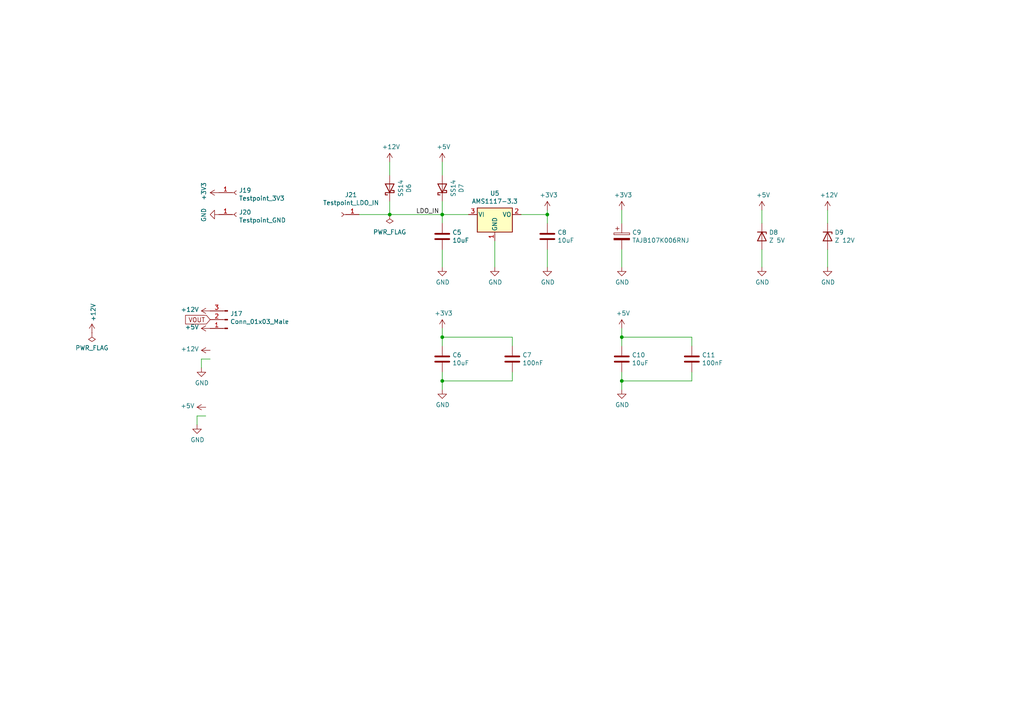
<source format=kicad_sch>
(kicad_sch (version 20211123) (generator eeschema)
  (paper "A4")
  (lib_symbols
    (symbol "Connector:Conn_01x01_Female" (pin_names (offset 1.016) hide)
      (property "Reference" "J" (at 0 2.54 0))
      (property "Value" "Conn_01x01_Female" (at 0 -2.54 0))
      (symbol "Conn_01x01_Female_1_1"
        (polyline (pts (xy -1.27 0) (xy -0.508 0)) (stroke (width 0.1524)))
        (arc (start 0 0.508) (mid -0.508 0) (end 0 -0.508) (stroke (width 0.1524)))
        (pin passive line (at -5.08 0 0) (length 3.81) (name "Pin_1") (number "1"))
      )
    )
    (symbol "Connector:Conn_01x03_Male" (pin_names (offset 1.016) hide)
      (property "Reference" "J" (at 0 5.08 0))
      (property "Value" "Conn_01x03_Male" (at 0 -5.08 0))
      (symbol "Conn_01x03_Male_1_1"
        (polyline (pts (xy 1.27 -2.54) (xy 0.8636 -2.54)) (stroke (width 0.1524)))
        (polyline (pts (xy 1.27 0) (xy 0.8636 0)) (stroke (width 0.1524)))
        (polyline (pts (xy 1.27 2.54) (xy 0.8636 2.54)) (stroke (width 0.1524)))
        (rectangle (start 0.8636 -2.413) (end 0 -2.667) (stroke (width 0.1524)) (fill (type outline)))
        (rectangle (start 0.8636 0.127) (end 0 -0.127) (stroke (width 0.1524)) (fill (type outline)))
        (rectangle (start 0.8636 2.667) (end 0 2.413) (stroke (width 0.1524)) (fill (type outline)))
        (pin passive line (at 5.08 2.54 180) (length 3.81) (name "Pin_1") (number "1"))
        (pin passive line (at 5.08 0 180) (length 3.81) (name "Pin_2") (number "2"))
        (pin passive line (at 5.08 -2.54 180) (length 3.81) (name "Pin_3") (number "3"))
      )
    )
    (symbol "Device:C" (pin_numbers hide) (pin_names (offset 0.254))
      (property "Reference" "C" (at 0.635 2.54 0))
      (property "Value" "C" (at 0.635 -2.54 0))
      (symbol "C_0_1"
        (polyline (pts (xy -2.032 -0.762) (xy 2.032 -0.762)) (stroke (width 0.508)))
        (polyline (pts (xy -2.032 0.762) (xy 2.032 0.762)) (stroke (width 0.508)))
      )
      (symbol "C_1_1"
        (pin passive line (at 0 3.81 270) (length 2.794) (name "~") (number "1"))
        (pin passive line (at 0 -3.81 90) (length 2.794) (name "~") (number "2"))
      )
    )
    (symbol "Device:CP" (pin_numbers hide) (pin_names (offset 0.254))
      (property "Reference" "C" (at 0.635 2.54 0))
      (property "Value" "Device_CP" (at 0.635 -2.54 0))
      (symbol "CP_0_1"
        (rectangle (start -2.286 0.508) (end 2.286 1.016))
        (polyline (pts (xy -1.778 2.286) (xy -0.762 2.286)))
        (polyline (pts (xy -1.27 2.794) (xy -1.27 1.778)))
        (rectangle (start 2.286 -0.508) (end -2.286 -1.016) (fill (type outline)))
      )
      (symbol "CP_1_1"
        (pin passive line (at 0 3.81 270) (length 2.794) (name "~") (number "1"))
        (pin passive line (at 0 -3.81 90) (length 2.794) (name "~") (number "2"))
      )
    )
    (symbol "Device:D_Schottky" (pin_numbers hide) (pin_names (offset 1.016) hide)
      (property "Reference" "D" (at 0 2.54 0))
      (property "Value" "D_Schottky" (at 0 -2.54 0))
      (symbol "D_Schottky_0_1"
        (polyline (pts (xy 1.27 0) (xy -1.27 0)))
        (polyline (pts (xy 1.27 1.27) (xy 1.27 -1.27) (xy -1.27 0) (xy 1.27 1.27)) (stroke (width 0.254)))
        (polyline (pts (xy -1.905 0.635) (xy -1.905 1.27) (xy -1.27 1.27) (xy -1.27 -1.27) (xy -0.635 -1.27) (xy -0.635 -0.635)) (stroke (width 0.254)))
      )
      (symbol "D_Schottky_1_1"
        (pin passive line (at -3.81 0 0) (length 2.54) (name "K") (number "1"))
        (pin passive line (at 3.81 0 180) (length 2.54) (name "A") (number "2"))
      )
    )
    (symbol "Device:D_Zener" (pin_numbers hide) (pin_names (offset 1.016) hide)
      (property "Reference" "D" (at 0 2.54 0))
      (property "Value" "D_Zener" (at 0 -2.54 0))
      (symbol "D_Zener_0_1"
        (polyline (pts (xy 1.27 0) (xy -1.27 0)))
        (polyline (pts (xy -1.27 -1.27) (xy -1.27 1.27) (xy -0.762 1.27)) (stroke (width 0.254)))
        (polyline (pts (xy 1.27 -1.27) (xy 1.27 1.27) (xy -1.27 0) (xy 1.27 -1.27)) (stroke (width 0.254)))
      )
      (symbol "D_Zener_1_1"
        (pin passive line (at -3.81 0 0) (length 2.54) (name "K") (number "1"))
        (pin passive line (at 3.81 0 180) (length 2.54) (name "A") (number "2"))
      )
    )
    (symbol "Regulator_Linear:AMS1117-3.3" (pin_names (offset 0.254))
      (property "Reference" "U" (at -3.81 3.175 0))
      (property "Value" "AMS1117-3.3" (at 0 3.175 0))
      (symbol "AMS1117-3.3_0_1"
        (rectangle (start -5.08 -5.08) (end 5.08 1.905) (stroke (width 0.254)) (fill (type background)))
      )
      (symbol "AMS1117-3.3_1_1"
        (pin power_in line (at 0 -7.62 90) (length 2.54) (name "GND") (number "1"))
        (pin power_out line (at 7.62 0 180) (length 2.54) (name "VO") (number "2"))
        (pin power_in line (at -7.62 0 0) (length 2.54) (name "VI") (number "3"))
      )
    )
    (symbol "power:+12V" (power) (pin_names (offset 0))
      (property "Value" "+12V" (at 0 3.556 0))
      (symbol "+12V_0_1"
        (polyline (pts (xy -0.762 1.27) (xy 0 2.54)))
        (polyline (pts (xy 0 0) (xy 0 2.54)))
        (polyline (pts (xy 0 2.54) (xy 0.762 1.27)))
      )
      (symbol "+12V_1_1"
        (pin power_in line (at 0 0 90) (length 0) hide (name "+12V") (number "1"))
      )
    )
    (symbol "power:+3.3V" (power) (pin_names (offset 0))
      (property "Value" "+3.3V" (at 0 3.556 0))
      (symbol "+3.3V_0_1"
        (polyline (pts (xy -0.762 1.27) (xy 0 2.54)))
        (polyline (pts (xy 0 0) (xy 0 2.54)))
        (polyline (pts (xy 0 2.54) (xy 0.762 1.27)))
      )
      (symbol "+3.3V_1_1"
        (pin power_in line (at 0 0 90) (length 0) hide (name "+3V3") (number "1"))
      )
    )
    (symbol "power:+5V" (power) (pin_names (offset 0))
      (property "Value" "+5V" (at 0 3.556 0))
      (symbol "+5V_0_1"
        (polyline (pts (xy -0.762 1.27) (xy 0 2.54)))
        (polyline (pts (xy 0 0) (xy 0 2.54)))
        (polyline (pts (xy 0 2.54) (xy 0.762 1.27)))
      )
      (symbol "+5V_1_1"
        (pin power_in line (at 0 0 90) (length 0) hide (name "+5V") (number "1"))
      )
    )
    (symbol "power:GND" (power) (pin_names (offset 0))
      (property "Value" "GND" (at 0 -3.81 0))
      (symbol "GND_0_1"
        (polyline (pts (xy 0 0) (xy 0 -1.27) (xy 1.27 -1.27) (xy 0 -2.54) (xy -1.27 -1.27) (xy 0 -1.27)))
      )
      (symbol "GND_1_1"
        (pin power_in line (at 0 0 270) (length 0) hide (name "GND") (number "1"))
      )
    )
    (symbol "power:PWR_FLAG" (power) (pin_numbers hide) (pin_names (offset 0) hide)
      (property "Value" "PWR_FLAG" (at 0 3.81 0))
      (symbol "PWR_FLAG_0_0"
        (pin power_out line (at 0 0 90) (length 0) (name "pwr") (number "1"))
      )
      (symbol "PWR_FLAG_0_1"
        (polyline (pts (xy 0 0) (xy 0 1.27) (xy -1.016 1.905) (xy 0 2.54) (xy 1.016 1.905) (xy 0 1.27)))
      )
    )
  )
  (junction (at 180.34 97.79))
  (junction (at 128.27 110.49))
  (junction (at 113.03 62.23))
  (junction (at 128.27 62.23))
  (junction (at 158.75 62.23))
  (junction (at 128.27 97.79))
  (junction (at 180.34 110.49))
  (wire (pts (xy 180.34 97.79) (xy 180.34 95.25)))
  (wire (pts (xy 128.27 110.49) (xy 128.27 107.95)))
  (wire (pts (xy 158.75 60.96) (xy 158.75 62.23)))
  (wire (pts (xy 200.66 97.79) (xy 180.34 97.79)))
  (wire (pts (xy 148.59 100.33) (xy 148.59 97.79)))
  (wire (pts (xy 143.51 69.85) (xy 143.51 77.47)))
  (wire (pts (xy 220.98 72.39) (xy 220.98 77.47)))
  (wire (pts (xy 60.96 104.14) (xy 58.42 104.14)))
  (wire (pts (xy 128.27 62.23) (xy 128.27 64.77)))
  (wire (pts (xy 128.27 58.42) (xy 128.27 62.23)))
  (wire (pts (xy 113.03 46.99) (xy 113.03 50.8)))
  (wire (pts (xy 128.27 113.03) (xy 128.27 110.49)))
  (wire (pts (xy 200.66 110.49) (xy 180.34 110.49)))
  (wire (pts (xy 148.59 107.95) (xy 148.59 110.49)))
  (wire (pts (xy 240.03 60.96) (xy 240.03 64.77)))
  (wire (pts (xy 128.27 97.79) (xy 128.27 95.25)))
  (wire (pts (xy 148.59 97.79) (xy 128.27 97.79)))
  (wire (pts (xy 220.98 60.96) (xy 220.98 64.77)))
  (wire (pts (xy 135.89 62.23) (xy 128.27 62.23)))
  (wire (pts (xy 59.69 120.65) (xy 57.15 120.65)))
  (wire (pts (xy 113.03 62.23) (xy 128.27 62.23)))
  (wire (pts (xy 158.75 62.23) (xy 158.75 64.77)))
  (wire (pts (xy 200.66 100.33) (xy 200.66 97.79)))
  (wire (pts (xy 180.34 77.47) (xy 180.34 72.39)))
  (wire (pts (xy 128.27 100.33) (xy 128.27 97.79)))
  (wire (pts (xy 148.59 110.49) (xy 128.27 110.49)))
  (wire (pts (xy 113.03 58.42) (xy 113.03 62.23)))
  (wire (pts (xy 240.03 72.39) (xy 240.03 77.47)))
  (wire (pts (xy 158.75 72.39) (xy 158.75 77.47)))
  (wire (pts (xy 57.15 120.65) (xy 57.15 123.19)))
  (wire (pts (xy 180.34 64.77) (xy 180.34 60.96)))
  (wire (pts (xy 128.27 46.99) (xy 128.27 50.8)))
  (wire (pts (xy 128.27 72.39) (xy 128.27 77.47)))
  (wire (pts (xy 180.34 110.49) (xy 180.34 107.95)))
  (wire (pts (xy 180.34 100.33) (xy 180.34 97.79)))
  (wire (pts (xy 151.13 62.23) (xy 158.75 62.23)))
  (wire (pts (xy 58.42 104.14) (xy 58.42 106.68)))
  (wire (pts (xy 180.34 113.03) (xy 180.34 110.49)))
  (wire (pts (xy 200.66 107.95) (xy 200.66 110.49)))
  (wire (pts (xy 104.14 62.23) (xy 113.03 62.23)))
  (label "LDO_IN" (at 120.65 62.23 0))
  (global_label "VOUT" (shape input) (at 60.96 92.71 180) (property "Referenzen zwischen Schaltplänen" "${INTERSHEET_REFS}" (effects hide)))
  (symbol (lib_id "Regulator_Linear:AMS1117-3.3") (at 143.51 62.23 0) (unit 1)
    (property "Reference" "U5" (at 143.51 56.0832 0))
    (property "Value" "AMS1117-3.3" (at 143.51 58.3946 0))
    (property "Footprint" "Package_TO_SOT_SMD:SOT-223-3_TabPin2" (effects hide))
    (property "Datasheet" "http://www.advanced-monolithic.com/pdf/ds1117.pdf" (effects hide))
    (property "LCSC" "C6186" (effects hide))
  )
  (symbol (lib_id "power:GND") (at 158.75 77.47 0) (unit 1)
    (property "Reference" "#PWR059" (effects hide))
    (property "Value" "GND" (at 158.877 81.8642 0))
  )
  (symbol (lib_id "power:GND") (at 143.51 77.47 0) (unit 1)
    (property "Reference" "#PWR057" (effects hide))
    (property "Value" "GND" (at 143.637 81.8642 0))
  )
  (symbol (lib_id "power:GND") (at 128.27 77.47 0) (unit 1)
    (property "Reference" "#PWR054" (effects hide))
    (property "Value" "GND" (at 128.397 81.8642 0))
  )
  (symbol (lib_id "power:+3.3V") (at 158.75 60.96 0) (unit 1)
    (property "Reference" "#PWR058" (effects hide))
    (property "Value" "+3.3V" (at 159.131 56.5658 0))
  )
  (symbol (lib_id "Device:D_Schottky") (at 128.27 54.61 90) (unit 1)
    (property "Reference" "D7" (at 133.7818 54.61 0))
    (property "Value" "SS14" (at 131.4704 54.61 0))
    (property "Footprint" "Diode_SMD:D_SMA" (effects hide))
    (property "LCSC" "C2480" (effects hide))
  )
  (symbol (lib_id "Device:C") (at 128.27 68.58 0) (unit 1)
    (property "Reference" "C5" (at 131.191 67.4116 0) (effects (justify left)))
    (property "Value" "10uF" (at 131.191 69.723 0) (effects (justify left)))
    (property "Footprint" "Capacitor_SMD:C_0805_2012Metric" (effects hide))
    (property "LCSC" "C15850" (effects hide))
  )
  (symbol (lib_id "power:+3.3V") (at 180.34 60.96 0) (unit 1)
    (property "Reference" "#PWR060" (effects hide))
    (property "Value" "+3.3V" (at 180.721 56.5658 0))
  )
  (symbol (lib_id "power:GND") (at 180.34 77.47 0) (unit 1)
    (property "Reference" "#PWR061" (effects hide))
    (property "Value" "GND" (at 180.467 81.8642 0))
  )
  (symbol (lib_id "Device:CP") (at 180.34 68.58 0) (unit 1)
    (property "Reference" "C9" (at 183.3372 67.4116 0) (effects (justify left)))
    (property "Value" "TAJB107K006RNJ" (at 183.3372 69.723 0) (effects (justify left)))
    (property "Footprint" "Capacitor_Tantalum_SMD:CP_EIA-3528-21_Kemet-B" (effects hide))
    (property "LCSC" "C16133" (effects hide))
  )
  (symbol (lib_id "Device:C") (at 148.59 104.14 0) (unit 1)
    (property "Reference" "C7" (at 151.511 102.9716 0) (effects (justify left)))
    (property "Value" "100nF" (at 151.511 105.283 0) (effects (justify left)))
    (property "Footprint" "Capacitor_SMD:C_0603_1608Metric" (effects hide))
    (property "LCSC" "C14663" (effects hide))
  )
  (symbol (lib_id "power:+3.3V") (at 128.27 95.25 0) (unit 1)
    (property "Reference" "#PWR055" (effects hide))
    (property "Value" "+3.3V" (at 128.651 90.8558 0))
  )
  (symbol (lib_id "power:GND") (at 128.27 113.03 0) (unit 1)
    (property "Reference" "#PWR056" (effects hide))
    (property "Value" "GND" (at 128.397 117.4242 0))
  )
  (symbol (lib_id "Device:C") (at 200.66 104.14 0) (unit 1)
    (property "Reference" "C11" (at 203.581 102.9716 0) (effects (justify left)))
    (property "Value" "100nF" (at 203.581 105.283 0) (effects (justify left)))
    (property "Footprint" "Capacitor_SMD:C_0603_1608Metric" (effects hide))
    (property "LCSC" "C14663" (effects hide))
  )
  (symbol (lib_id "power:GND") (at 180.34 113.03 0) (unit 1)
    (property "Reference" "#PWR063" (effects hide))
    (property "Value" "GND" (at 180.467 117.4242 0))
  )
  (symbol (lib_id "Device:D_Schottky") (at 113.03 54.61 90) (unit 1)
    (property "Reference" "D6" (at 118.5418 54.61 0))
    (property "Value" "SS14" (at 116.2304 54.61 0))
    (property "Footprint" "Diode_SMD:D_SMA" (effects hide))
    (property "LCSC" "C2480" (effects hide))
  )
  (symbol (lib_id "power:+12V") (at 113.03 46.99 0) (unit 1)
    (property "Reference" "#PWR052" (effects hide))
    (property "Value" "+12V" (at 113.411 42.5958 0))
  )
  (symbol (lib_id "power:+5V") (at 128.27 46.99 0) (unit 1)
    (property "Reference" "#PWR053" (effects hide))
    (property "Value" "+5V" (at 128.651 42.5958 0))
  )
  (symbol (lib_id "power:+5V") (at 180.34 95.25 0) (unit 1)
    (property "Reference" "#PWR062" (effects hide))
    (property "Value" "+5V" (at 180.721 90.8558 0))
  )
  (symbol (lib_id "Device:D_Zener") (at 220.98 68.58 270) (unit 1)
    (property "Reference" "D8" (at 223.012 67.4116 90) (effects (justify left)))
    (property "Value" "Z 5V" (at 223.012 69.723 90) (effects (justify left)))
    (property "Footprint" "Diode_SMD:D_MiniMELF" (effects hide))
    (property "LCSC" "-" (effects hide))
  )
  (symbol (lib_id "Device:D_Zener") (at 240.03 68.58 270) (unit 1)
    (property "Reference" "D9" (at 242.062 67.4116 90) (effects (justify left)))
    (property "Value" "Z 12V" (at 242.062 69.723 90) (effects (justify left)))
    (property "Footprint" "Diode_SMD:D_MiniMELF" (effects hide))
    (property "LCSC" "-" (effects hide))
  )
  (symbol (lib_id "power:+5V") (at 220.98 60.96 0) (unit 1)
    (property "Reference" "#PWR064" (effects hide))
    (property "Value" "+5V" (at 221.361 56.5658 0))
  )
  (symbol (lib_id "power:+12V") (at 240.03 60.96 0) (unit 1)
    (property "Reference" "#PWR066" (effects hide))
    (property "Value" "+12V" (at 240.411 56.5658 0))
  )
  (symbol (lib_id "power:GND") (at 220.98 77.47 0) (unit 1)
    (property "Reference" "#PWR065" (effects hide))
    (property "Value" "GND" (at 221.107 81.8642 0))
  )
  (symbol (lib_id "power:GND") (at 240.03 77.47 0) (unit 1)
    (property "Reference" "#PWR067" (effects hide))
    (property "Value" "GND" (at 240.157 81.8642 0))
  )
  (symbol (lib_id "power:GND") (at 58.42 106.68 0) (unit 1)
    (property "Reference" "#PWR045" (effects hide))
    (property "Value" "GND" (at 58.547 111.0742 0))
  )
  (symbol (lib_id "Connector:Conn_01x03_Male") (at 66.04 92.71 180) (unit 1)
    (property "Reference" "J17" (at 66.7512 90.9828 0) (effects (justify right)))
    (property "Value" "Conn_01x03_Male" (at 66.7512 93.2942 0) (effects (justify right)))
    (property "Footprint" "Connector_PinHeader_2.54mm:PinHeader_1x03_P2.54mm_Horizontal" (effects hide))
    (property "LCSC" "-" (effects hide))
  )
  (symbol (lib_id "power:+12V") (at 60.96 101.6 90) (unit 1)
    (property "Reference" "#PWR049" (effects hide))
    (property "Value" "+12V" (at 57.7088 101.219 90) (effects (justify left)))
  )
  (symbol (lib_id "power:+12V") (at 60.96 90.17 90) (unit 1)
    (property "Reference" "#PWR047" (effects hide))
    (property "Value" "+12V" (at 57.7088 89.789 90) (effects (justify left)))
  )
  (symbol (lib_id "power:+5V") (at 60.96 95.25 90) (unit 1)
    (property "Reference" "#PWR048" (effects hide))
    (property "Value" "+5V" (at 57.7088 94.869 90) (effects (justify left)))
  )
  (symbol (lib_id "power:GND") (at 57.15 123.19 0) (unit 1)
    (property "Reference" "#PWR044" (effects hide))
    (property "Value" "GND" (at 57.277 127.5842 0))
  )
  (symbol (lib_id "power:+5V") (at 59.69 118.11 90) (unit 1)
    (property "Reference" "#PWR046" (effects hide))
    (property "Value" "+5V" (at 56.4388 117.729 90) (effects (justify left)))
  )
  (symbol (lib_id "Connector:Conn_01x01_Female") (at 68.58 55.88 0) (unit 1)
    (property "Reference" "J19" (at 69.2912 55.2196 0) (effects (justify left)))
    (property "Value" "Testpoint_3V3" (at 69.2912 57.531 0) (effects (justify left)))
    (property "Footprint" "TestPoint:TestPoint_Pad_D2.0mm" (effects hide))
    (property "LCSC" "-" (effects hide))
  )
  (symbol (lib_id "power:+3.3V") (at 63.5 55.88 90) (unit 1)
    (property "Reference" "#PWR050" (effects hide))
    (property "Value" "+3.3V" (at 59.1058 55.499 0))
  )
  (symbol (lib_id "Connector:Conn_01x01_Female") (at 68.58 62.23 0) (unit 1)
    (property "Reference" "J20" (at 69.2912 61.5696 0) (effects (justify left)))
    (property "Value" "Testpoint_GND" (at 69.2912 63.881 0) (effects (justify left)))
    (property "Footprint" "TestPoint:TestPoint_Pad_D2.0mm" (effects hide))
    (property "LCSC" "-" (effects hide))
  )
  (symbol (lib_id "power:GND") (at 63.5 62.23 270) (unit 1)
    (property "Reference" "#PWR051" (effects hide))
    (property "Value" "GND" (at 59.1058 62.357 0))
  )
  (symbol (lib_id "Connector:Conn_01x01_Female") (at 99.06 62.23 180) (unit 1)
    (property "Reference" "J21" (at 101.8032 56.515 0))
    (property "Value" "Testpoint_LDO_IN" (at 101.8032 58.8264 0))
    (property "Footprint" "TestPoint:TestPoint_Pad_D2.0mm" (effects hide))
    (property "LCSC" "-" (effects hide))
  )
  (symbol (lib_id "Device:C") (at 158.75 68.58 0) (unit 1)
    (property "Reference" "C8" (at 161.671 67.4116 0) (effects (justify left)))
    (property "Value" "10uF" (at 161.671 69.723 0) (effects (justify left)))
    (property "Footprint" "Capacitor_SMD:C_0805_2012Metric" (effects hide))
    (property "LCSC" "C15850" (effects hide))
  )
  (symbol (lib_id "Device:C") (at 128.27 104.14 0) (unit 1)
    (property "Reference" "C6" (at 131.191 102.9716 0) (effects (justify left)))
    (property "Value" "10uF" (at 131.191 105.283 0) (effects (justify left)))
    (property "Footprint" "Capacitor_SMD:C_0805_2012Metric" (effects hide))
    (property "LCSC" "C15850" (effects hide))
  )
  (symbol (lib_id "Device:C") (at 180.34 104.14 0) (unit 1)
    (property "Reference" "C10" (at 183.261 102.9716 0) (effects (justify left)))
    (property "Value" "10uF" (at 183.261 105.283 0) (effects (justify left)))
    (property "Footprint" "Capacitor_SMD:C_0805_2012Metric" (effects hide))
    (property "LCSC" "C15850" (effects hide))
  )
  (symbol (lib_id "power:PWR_FLAG") (at 26.67 96.52 180) (unit 1)
    (property "Reference" "#FLG01" (effects hide))
    (property "Value" "PWR_FLAG" (at 26.67 100.9142 0))
  )
  (symbol (lib_id "power:+12V") (at 26.67 96.52 0) (unit 1)
    (property "Reference" "#PWR043" (effects hide))
    (property "Value" "+12V" (at 27.051 93.2688 90) (effects (justify left)))
  )
  (symbol (lib_id "power:PWR_FLAG") (at 113.03 62.23 180) (unit 1)
    (property "Reference" "#FLG02" (effects hide))
    (property "Value" "PWR_FLAG" (at 113.03 67.31 0))
  )
)
</source>
